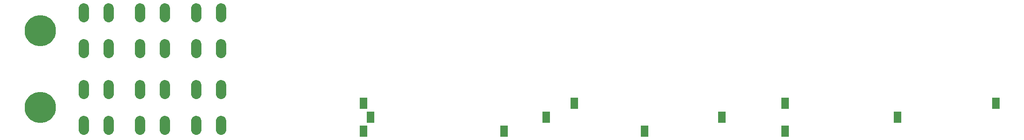
<source format=gbr>
G04 EAGLE Gerber RS-274X export*
G75*
%MOMM*%
%FSLAX34Y34*%
%LPD*%
%INSoldermask Bottom*%
%IPPOS*%
%AMOC8*
5,1,8,0,0,1.08239X$1,22.5*%
G01*
%ADD10R,1.463041X1.003300*%
%ADD11C,5.664200*%
%ADD12C,1.828800*%


D10*
X635000Y76200D03*
X635000Y66192D03*
X1016000Y76200D03*
X1016000Y66192D03*
X1397000Y76200D03*
X1397000Y66192D03*
X1778000Y76200D03*
X1778000Y66192D03*
D11*
X50800Y63500D03*
X50800Y203200D03*
D12*
X332994Y39116D02*
X332994Y22860D01*
X378206Y22860D02*
X378206Y39116D01*
X332994Y87884D02*
X332994Y104140D01*
X378206Y104140D02*
X378206Y87884D01*
X332994Y162560D02*
X332994Y178816D01*
X378206Y178816D02*
X378206Y162560D01*
X332994Y227584D02*
X332994Y243840D01*
X378206Y243840D02*
X378206Y227584D01*
X231394Y39116D02*
X231394Y22860D01*
X276606Y22860D02*
X276606Y39116D01*
X231394Y87884D02*
X231394Y104140D01*
X276606Y104140D02*
X276606Y87884D01*
X231394Y162560D02*
X231394Y178816D01*
X276606Y178816D02*
X276606Y162560D01*
X231394Y227584D02*
X231394Y243840D01*
X276606Y243840D02*
X276606Y227584D01*
D10*
X1600200Y50800D03*
X1600200Y40792D03*
X647700Y50800D03*
X647700Y40792D03*
X965200Y50800D03*
X965200Y40792D03*
X1282700Y50800D03*
X1282700Y40792D03*
D12*
X129794Y39116D02*
X129794Y22860D01*
X175006Y22860D02*
X175006Y39116D01*
X129794Y87884D02*
X129794Y104140D01*
X175006Y104140D02*
X175006Y87884D01*
D10*
X1397000Y25400D03*
X1397000Y15392D03*
X635000Y25400D03*
X635000Y15392D03*
X889000Y25400D03*
X889000Y15392D03*
X1143000Y25400D03*
X1143000Y15392D03*
D12*
X129794Y162560D02*
X129794Y178816D01*
X175006Y178816D02*
X175006Y162560D01*
X129794Y227584D02*
X129794Y243840D01*
X175006Y243840D02*
X175006Y227584D01*
M02*

</source>
